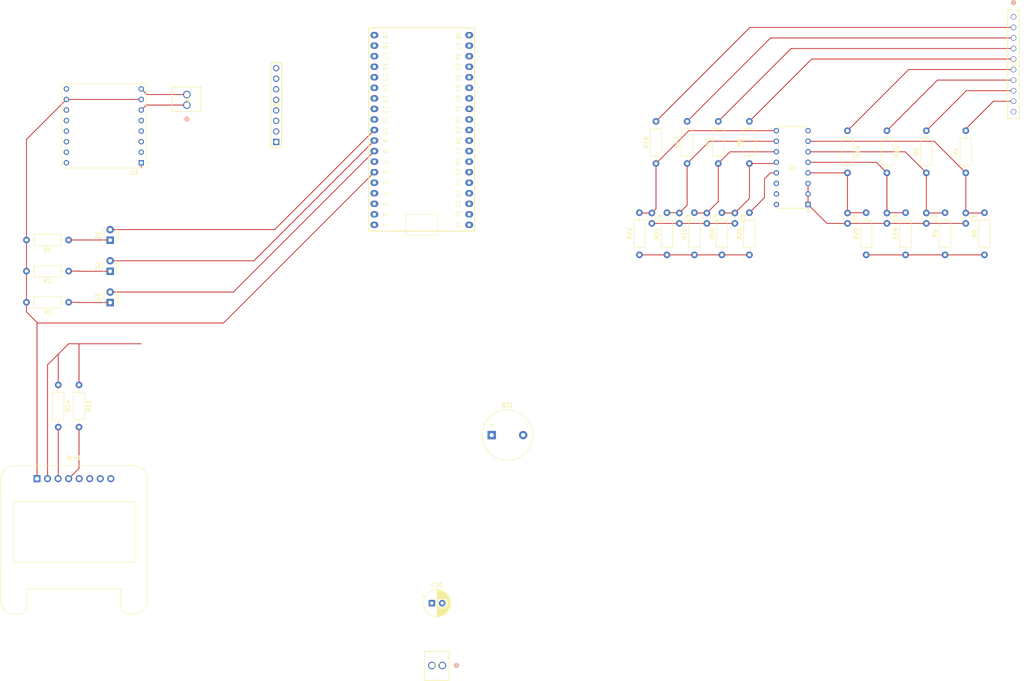
<source format=kicad_pcb>
(kicad_pcb (version 20241229) (generator "pcbnew") (generator_version "9.0")
  (layers (0 "F.Cu" signal) (2 "B.Cu" signal) (13 "F.Paste" user) (15 "B.Paste" user) (5 "F.SilkS" user "F.Silkscreen") (7 "B.SilkS" user "B.Silkscreen") (1 "F.Mask" user) (3 "B.Mask" user) (25 "Edge.Cuts" user))
  (net 0 "")
  (net 1 "GNDREF")
  (net 2 "/GEN_SDA")
  (net 3 "/GEN_SCL")
  (net 4 "+3.3V")
  (net 5 "/BUZZER")
  (net 6 "/KP_C3")
  (net 7 "/KP_C2")
  (net 8 "/KP_C4")
  (net 9 "/KP_C1")
  (net 10 "/KP_R4")
  (net 11 "/KP_R3")
  (net 12 "/KP_R2")
  (net 13 "/KP_R1")
  (net 14 "Net-(D1-K)")
  (net 15 "/GREEN")
  (net 16 "Net-(D2-K)")
  (net 17 "/YELLOW")
  (net 18 "/RED")
  (net 19 "Net-(D3-K)")
  (net 20 "Net-(J1-Pad9)")
  (net 21 "Net-(J1-Pad7)")
  (net 22 "Net-(J1-Pad5)")
  (net 24 "Net-(J1-Pad3)")
  (net 25 "Net-(J1-Pad6)")
  (net 26 "Net-(J1-Pad8)")
  (net 27 "Net-(J1-Pad4)")
  (net 29 "Net-(J1-Pad2)")
  (net 30 "Net-(U3-SPK1)")
  (net 31 "/RFID_SCK")
  (net 32 "/RFID_RST")
  (net 34 "/RFID_MISO")
  (net 35 "/RFID_SDA")
  (net 36 "/RFID_MOSI")
  (net 37 "+5V")
  (net 38 "Net-(U3-SPK2)")
  (net 39 "Net-(U1-*INT)")
  (net 49 "/MICRO_SD_RX")
  (net 54 "/MICRO_SD_TX")
  (footprint "Resistor_THT:R_Axial_DIN0207_L6.3mm_D2.5mm_P10.16mm_Horizontal" (layer "F.Cu") (at 237.625 56.33 90)
    (property "Reference" "R16" (at 5.08 2.5 90) (layer "F.SilkS"))
    (property "Value" "1k")
    (pad "1" thru_hole circle (at 0 0 90) (size 1.6 1.6) (drill 0.8) (layers "*.Cu" "*.Mask") (net 13 "/KP_R1"))
    (pad "2" thru_hole circle (at 10.16 0 90) (size 1.6 1.6) (drill 0.8) (layers "*.Cu" "*.Mask") (net 25 "Net-(J1-Pad6)"))
  )
  (footprint "Resistor_THT:R_Axial_DIN0207_L6.3mm_D2.5mm_P10.16mm_Horizontal" (layer "F.Cu") (at 214 54.08 90)
    (property "Reference" "R6" (at 5.08 -2.37 90) (layer "F.SilkS"))
    (property "Value" "1k")
    (pad "1" thru_hole circle (at 0 0 90) (size 1.6 1.6) (drill 0.8) (layers "*.Cu" "*.Mask") (net 8 "/KP_C4"))
    (pad "2" thru_hole circle (at 10.16 0 90) (size 1.6 1.6) (drill 0.8) (layers "*.Cu" "*.Mask") (net 22 "Net-(J1-Pad5)"))
  )
  (footprint "Buzzer_Beeper:Buzzer_12x9.5RM7.6" (layer "F.Cu") (at 151.9 119.5)
    (property "Reference" "BZ1" (at 3.8 -7.2 0) (layer "F.SilkS"))
    (property "Value" "Buzzer")
    (fp_text user "+" (at -0.01 -2.54 0) (layer "F.SilkS"))
    (pad "1" thru_hole rect (at 0 0) (size 2 2) (drill 1) (layers "*.Cu" "*.Mask") (net 5 "/BUZZER"))
    (pad "2" thru_hole circle (at 7.6 0) (size 2 2) (drill 1) (layers "*.Cu" "*.Mask") (net 1 "GNDREF"))
  )
  (footprint "OSTVN02A150:CONN_OSTVN02A150_OST" (layer "F.Cu") (at 140.04 175 180)
    (property "Reference" "J2" (at 1.370076 0 180) (layer "F.SilkS"))
    (property "Value" "OSTVN02A150")
    (pad "1" thru_hole circle (at 0 0 180) (size 1.8034 1.8034) (drill 1.2954) (layers "*.Cu" "*.Mask") (net 1 "GNDREF"))
    (pad "2" thru_hole circle (at 2.54 0 180) (size 1.8034 1.8034) (drill 1.2954) (layers "*.Cu" "*.Mask") (net 37 "+5V"))
  )
  (footprint "Capacitor_THT:C_Disc_D3.0mm_W1.6mm_P2.50mm" (layer "F.Cu") (at 190.5 66 -90)
    (property "Reference" "C9" (at 1.25 -2.05 90) (layer "F.SilkS"))
    (property "Value" "100nF")
    (pad "1" thru_hole circle (at 0 0 270) (size 1.6 1.6) (drill 0.8) (layers "*.Cu" "*.Mask") (net 9 "/KP_C1"))
    (pad "2" thru_hole circle (at 2.5 0 270) (size 1.6 1.6) (drill 0.8) (layers "*.Cu" "*.Mask") (net 1 "GNDREF"))
  )
  (footprint "Capacitor_THT:C_Disc_D3.0mm_W1.6mm_P2.50mm" (layer "F.Cu") (at 203.75 66 -90)
    (property "Reference" "C4" (at 1.25 -2.05 90) (layer "F.SilkS"))
    (property "Value" "100nF")
    (pad "1" thru_hole circle (at 0 0 270) (size 1.6 1.6) (drill 0.8) (layers "*.Cu" "*.Mask") (net 6 "/KP_C3"))
    (pad "2" thru_hole circle (at 2.5 0 270) (size 1.6 1.6) (drill 0.8) (layers "*.Cu" "*.Mask") (net 1 "GNDREF"))
  )
  (footprint "Resistor_THT:R_Axial_DIN0207_L6.3mm_D2.5mm_P10.16mm_Horizontal" (layer "F.Cu") (at 52.5 107.42 -90)
    (property "Reference" "R13" (at 5.08 -2.37 90) (layer "F.SilkS"))
    (property "Value" "1k")
    (pad "1" thru_hole circle (at 0 0 270) (size 1.6 1.6) (drill 0.8) (layers "*.Cu" "*.Mask") (net 4 "+3.3V"))
    (pad "2" thru_hole circle (at 10.16 0 270) (size 1.6 1.6) (drill 0.8) (layers "*.Cu" "*.Mask") (net 2 "/GEN_SDA"))
  )
  (footprint "Resistor_THT:R_Axial_DIN0207_L6.3mm_D2.5mm_P10.16mm_Horizontal" (layer "F.Cu") (at 191.5 54.08 90)
    (property "Reference" "R18" (at 5.08 -2.37 90) (layer "F.SilkS"))
    (property "Value" "1k")
    (pad "1" thru_hole circle (at 0 0 90) (size 1.6 1.6) (drill 0.8) (layers "*.Cu" "*.Mask") (net 9 "/KP_C1"))
    (pad "2" thru_hole circle (at 10.16 0 90) (size 1.6 1.6) (drill 0.8) (layers "*.Cu" "*.Mask") (net 29 "Net-(J1-Pad2)"))
  )
  (footprint "LED_THT:LED_D3.0mm" (layer "F.Cu") (at 60 80.04 90)
    (property "Reference" "D2" (at 1.27 -2.96 90) (layer "F.SilkS"))
    (property "Value" "Yellow")
    (pad "1" thru_hole rect (at 0 0 90) (size 1.8 1.8) (drill 0.9) (layers "*.Cu" "*.Mask") (net 16 "Net-(D2-K)"))
    (pad "2" thru_hole circle (at 2.54 0 90) (size 1.8 1.8) (drill 0.9) (layers "*.Cu" "*.Mask") (net 17 "/YELLOW"))
  )
  (footprint "Resistor_THT:R_Axial_DIN0207_L6.3mm_D2.5mm_P10.16mm_Horizontal" (layer "F.Cu") (at 247.125 56.33 90)
    (property "Reference" "R15" (at 5.08 2.5 90) (layer "F.SilkS"))
    (property "Value" "1k")
    (pad "1" thru_hole circle (at 0 0 90) (size 1.6 1.6) (drill 0.8) (layers "*.Cu" "*.Mask") (net 12 "/KP_R2"))
    (pad "2" thru_hole circle (at 10.16 0 90) (size 1.6 1.6) (drill 0.8) (layers "*.Cu" "*.Mask") (net 21 "Net-(J1-Pad7)"))
  )
  (footprint "Resistor_THT:R_Axial_DIN0207_L6.3mm_D2.5mm_P10.16mm_Horizontal" (layer "F.Cu") (at 194.125 76.08 90)
    (property "Reference" "R21" (at 5.08 -2.37 90) (layer "F.SilkS"))
    (property "Value" "10k")
    (pad "1" thru_hole circle (at 0 0 90) (size 1.6 1.6) (drill 0.8) (layers "*.Cu" "*.Mask") (net 4 "+3.3V"))
    (pad "2" thru_hole circle (at 10.16 0 90) (size 1.6 1.6) (drill 0.8) (layers "*.Cu" "*.Mask") (net 7 "/KP_C2"))
  )
  (footprint "Resistor_THT:R_Axial_DIN0207_L6.3mm_D2.5mm_P10.16mm_Horizontal" (layer "F.Cu") (at 50 80 180)
    (property "Reference" "R2" (at 5.08 -2.37 0) (layer "F.SilkS"))
    (property "Value" "330")
    (pad "1" thru_hole circle (at 0 0 180) (size 1.6 1.6) (drill 0.8) (layers "*.Cu" "*.Mask") (net 16 "Net-(D2-K)"))
    (pad "2" thru_hole circle (at 10.16 0 180) (size 1.6 1.6) (drill 0.8) (layers "*.Cu" "*.Mask") (net 1 "GNDREF"))
  )
  (footprint "Resistor_THT:R_Axial_DIN0207_L6.3mm_D2.5mm_P10.16mm_Horizontal" (layer "F.Cu") (at 50 87.5 180)
    (property "Reference" "R3" (at 5.08 -2.37 0) (layer "F.SilkS"))
    (property "Value" "330")
    (pad "1" thru_hole circle (at 0 0 180) (size 1.6 1.6) (drill 0.8) (layers "*.Cu" "*.Mask") (net 19 "Net-(D3-K)"))
    (pad "2" thru_hole circle (at 10.16 0 180) (size 1.6 1.6) (drill 0.8) (layers "*.Cu" "*.Mask") (net 1 "GNDREF"))
  )
  (footprint "Capacitor_THT:C_Disc_D3.0mm_W1.6mm_P2.50mm" (layer "F.Cu") (at 247.125 66 -90)
    (property "Reference" "C6" (at 1.25 -2.05 90) (layer "F.SilkS"))
    (property "Value" "100nF")
    (pad "1" thru_hole circle (at 0 0 270) (size 1.6 1.6) (drill 0.8) (layers "*.Cu" "*.Mask") (net 12 "/KP_R2"))
    (pad "2" thru_hole circle (at 2.5 0 270) (size 1.6 1.6) (drill 0.8) (layers "*.Cu" "*.Mask") (net 1 "GNDREF"))
  )
  (footprint "LED_THT:LED_D3.0mm" (layer "F.Cu") (at 60 72.54 90)
    (property "Reference" "D1" (at 1.27 -2.96 90) (layer "F.SilkS"))
    (property "Value" "Green")
    (pad "1" thru_hole rect (at 0 0 90) (size 1.8 1.8) (drill 0.9) (layers "*.Cu" "*.Mask") (net 14 "Net-(D1-K)"))
    (pad "2" thru_hole circle (at 2.54 0 90) (size 1.8 1.8) (drill 0.9) (layers "*.Cu" "*.Mask") (net 15 "/GREEN"))
  )
  (footprint "RFID-RC522:RFID-RC522" (layer "F.Cu") (at 100 40 90)
    (property "Reference" "M1" (at 0 0 0) (layer "F.SilkS") (effects (font (size 0.787402 0.787402))))
    (property "Value" "RFID-RC522")
    (property "VALUE" "" (hide yes))
    (pad "1" thru_hole rect (at -8.89 0 90) (size 1.508 1.508) (drill 1) (layers "*.Cu" "*.Mask") (net 35 "/RFID_SDA"))
    (pad "2" thru_hole circle (at -6.35 0 90) (size 1.508 1.508) (drill 1) (layers "*.Cu" "*.Mask") (net 31 "/RFID_SCK"))
    (pad "3" thru_hole circle (at -3.81 0 90) (size 1.508 1.508) (drill 1) (layers "*.Cu" "*.Mask") (net 36 "/RFID_MOSI"))
    (pad "4" thru_hole circle (at -1.27 0 90) (size 1.508 1.508) (drill 1) (layers "*.Cu" "*.Mask") (net 34 "/RFID_MISO"))
    (pad "5" thru_hole circle (at 1.27 0 90) (size 1.508 1.508) (drill 1) (layers "*.Cu" "*.Mask"))
    (pad "6" thru_hole circle (at 3.81 0 90) (size 1.508 1.508) (drill 1) (layers "*.Cu" "*.Mask") (net 1 "GNDREF"))
    (pad "7" thru_hole circle (at 6.35 0 90) (size 1.508 1.508) (drill 1) (layers "*.Cu" "*.Mask") (net 32 "/RFID_RST"))
    (pad "8" thru_hole circle (at 8.89 0 90) (size 1.508 1.508) (drill 1) (layers "*.Cu" "*.Mask") (net 4 "+3.3V"))
  )
  (footprint "Resistor_THT:R_Axial_DIN0207_L6.3mm_D2.5mm_P10.16mm_Horizontal" (layer "F.Cu") (at 199 54.08 90)
    (property "Reference" "R17" (at 5.08 -2.37 90) (layer "F.SilkS"))
    (property "Value" "1k")
    (pad "1" thru_hole circle (at 0 0 90) (size 1.6 1.6) (drill 0.8) (layers "*.Cu" "*.Mask") (net 7 "/KP_C2"))
    (pad "2" thru_hole circle (at 10.16 0 90) (size 1.6 1.6) (drill 0.8) (layers "*.Cu" "*.Mask") (net 24 "Net-(J1-Pad3)"))
  )
  (footprint "Capacitor_THT:C_Disc_D3.0mm_W1.6mm_P2.50mm" (layer "F.Cu") (at 237.625 66 -90)
    (property "Reference" "C7" (at 1.25 -2.05 90) (layer "F.SilkS"))
    (property "Value" "100nF")
    (pad "1" thru_hole circle (at 0 0 270) (size 1.6 1.6) (drill 0.8) (layers "*.Cu" "*.Mask") (net 13 "/KP_R1"))
    (pad "2" thru_hole circle (at 2.5 0 270) (size 1.6 1.6) (drill 0.8) (layers "*.Cu" "*.Mask") (net 1 "GNDREF"))
  )
  (footprint "Resistor_THT:R_Axial_DIN0207_L6.3mm_D2.5mm_P10.16mm_Horizontal" (layer "F.Cu") (at 266.125 56.33 90)
    (property "Reference" "R4" (at 5.08 -2.37 90) (layer "F.SilkS"))
    (property "Value" "1k")
    (pad "1" thru_hole circle (at 0 0 90) (size 1.6 1.6) (drill 0.8) (layers "*.Cu" "*.Mask") (net 10 "/KP_R4"))
    (pad "2" thru_hole circle (at 10.16 0 90) (size 1.6 1.6) (drill 0.8) (layers "*.Cu" "*.Mask") (net 20 "Net-(J1-Pad9)"))
  )
  (footprint "Resistor_THT:R_Axial_DIN0207_L6.3mm_D2.5mm_P10.16mm_Horizontal" (layer "F.Cu") (at 251.625 76.08 90)
    (property "Reference" "R19" (at 5.08 -2.37 90) (layer "F.SilkS"))
    (property "Value" "10k")
    (pad "1" thru_hole circle (at 0 0 90) (size 1.6 1.6) (drill 0.8) (layers "*.Cu" "*.Mask") (net 4 "+3.3V"))
    (pad "2" thru_hole circle (at 10.16 0 90) (size 1.6 1.6) (drill 0.8) (layers "*.Cu" "*.Mask") (net 12 "/KP_R2"))
  )
  (footprint "Resistor_THT:R_Axial_DIN0207_L6.3mm_D2.5mm_P10.16mm_Horizontal" (layer "F.Cu") (at 207.375 76.08 90)
    (property "Reference" "R10" (at 5.08 -2.37 90) (layer "F.SilkS"))
    (property "Value" "10k")
    (pad "1" thru_hole circle (at 0 0 90) (size 1.6 1.6) (drill 0.8) (layers "*.Cu" "*.Mask") (net 4 "+3.3V"))
    (pad "2" thru_hole circle (at 10.16 0 90) (size 1.6 1.6) (drill 0.8) (layers "*.Cu" "*.Mask") (net 8 "/KP_C4"))
  )
  (footprint "DFR0299:MODULE_DFR0299" (layer "F.Cu") (at 58.483 45 180)
    (property "Reference" "U3" (at -7.225 -11.235 0) (layer "F.SilkS"))
    (property "Value" "DFR0299")
    (pad "1" thru_hole rect (at -9.017 -8.89 180) (size 1.308 1.308) (drill 0.8) (layers "*.Cu" "*.Mask") (net 4 "+3.3V"))
    (pad "2" thru_hole circle (at -9.017 -6.35 180) (size 1.308 1.308) (drill 0.8) (layers "*.Cu" "*.Mask") (net 49 "/MICRO_SD_RX"))
    (pad "3" thru_hole circle (at -9.017 -3.81 180) (size 1.308 1.308) (drill 0.8) (layers "*.Cu" "*.Mask") (net 54 "/MICRO_SD_TX"))
    (pad "4" thru_hole circle (at -9.017 -1.27 180) (size 1.308 1.308) (drill 0.8) (layers "*.Cu" "*.Mask"))
    (pad "5" thru_hole circle (at -9.017 1.27 180) (size 1.308 1.308) (drill 0.8) (layers "*.Cu" "*.Mask"))
    (pad "6" thru_hole circle (at -9.017 3.81 180) (size 1.308 1.308) (drill 0.8) (layers "*.Cu" "*.Mask") (net 30 "Net-(U3-SPK1)"))
    (pad "7" thru_hole circle (at -9.017 6.35 180) (size 1.308 1.308) (drill 0.8) (layers "*.Cu" "*.Mask") (net 1 "GNDREF"))
    (pad "8" thru_hole circle (at -9.017 8.89 180) (size 1.308 1.308) (drill 0.8) (layers "*.Cu" "*.Mask") (net 38 "Net-(U3-SPK2)"))
    (pad "9" thru_hole circle (at 9.017 8.89 180) (size 1.308 1.308) (drill 0.8) (layers "*.Cu" "*.Mask"))
    (pad "10" thru_hole circle (at 9.017 6.35 180) (size 1.308 1.308) (drill 0.8) (layers "*.Cu" "*.Mask") (net 1 "GNDREF"))
    (pad "11" thru_hole circle (at 9.017 3.81 180) (size 1.308 1.308) (drill 0.8) (layers "*.Cu" "*.Mask"))
    (pad "12" thru_hole circle (at 9.017 1.27 180) (size 1.308 1.308) (drill 0.8) (layers "*.Cu" "*.Mask"))
    (pad "13" thru_hole circle (at 9.017 -1.27 180) (size 1.308 1.308) (drill 0.8) (layers "*.Cu" "*.Mask"))
    (pad "14" thru_hole circle (at 9.017 -3.81 180) (size 1.308 1.308) (drill 0.8) (layers "*.Cu" "*.Mask"))
    (pad "15" thru_hole circle (at 9.017 -6.35 180) (size 1.308 1.308) (drill 0.8) (layers "*.Cu" "*.Mask"))
    (pad "16" thru_hole circle (at 9.017 -8.89 180) (size 1.308 1.308) (drill 0.8) (layers "*.Cu" "*.Mask"))
  )
  (footprint "PCF8574AN:N16" (layer "F.Cu") (at 220.505 46.17 180)
    (property "Reference" "U1" (at -3.81 -8.89 180) (layer "F.SilkS"))
    (property "Value" "PCF8574AN")
    (fp_text user "*" (at -7.62 -19.1897 0) (layer "F.SilkS"))
    (fp_text user "*" (at -7.62 -19.1897 180) (layer "F.SilkS"))
    (pad "1" thru_hole rect (at -7.62 -17.78 180) (size 1.2954 1.2954) (drill 0.7874) (layers "*.Cu" "*.Mask") (net 1 "GNDREF"))
    (pad "2" thru_hole circle (at -7.62 -15.24 180) (size 1.2954 1.2954) (drill 0.7874) (layers "*.Cu" "*.Mask") (net 1 "GNDREF"))
    (pad "3" thru_hole circle (at -7.62 -12.7 180) (size 1.2954 1.2954) (drill 0.7874) (layers "*.Cu" "*.Mask") (net 1 "GNDREF"))
    (pad "4" thru_hole circle (at -7.62 -10.16 180) (size 1.2954 1.2954) (drill 0.7874) (layers "*.Cu" "*.Mask") (net 13 "/KP_R1"))
    (pad "5" thru_hole circle (at -7.62 -7.62 180) (size 1.2954 1.2954) (drill 0.7874) (layers "*.Cu" "*.Mask") (net 12 "/KP_R2"))
    (pad "6" thru_hole circle (at -7.62 -5.08 180) (size 1.2954 1.2954) (drill 0.7874) (layers "*.Cu" "*.Mask") (net 11 "/KP_R3"))
    (pad "7" thru_hole circle (at -7.62 -2.54 180) (size 1.2954 1.2954) (drill 0.7874) (layers "*.Cu" "*.Mask") (net 10 "/KP_R4"))
    (pad "8" thru_hole circle (at -7.62 0 180) (size 1.2954 1.2954) (drill 0.7874) (layers "*.Cu" "*.Mask") (net 1 "GNDREF"))
    (pad "9" thru_hole circle (at 0 0 180) (size 1.2954 1.2954) (drill 0.7874) (layers "*.Cu" "*.Mask") (net 9 "/KP_C1"))
    (pad "10" thru_hole circle (at 0 -2.54 180) (size 1.2954 1.2954) (drill 0.7874) (layers "*.Cu" "*.Mask") (net 7 "/KP_C2"))
    (pad "11" thru_hole circle (at 0 -5.08 180) (size 1.2954 1.2954) (drill 0.7874) (layers "*.Cu" "*.Mask") (net 6 "/KP_C3"))
    (pad "12" thru_hole circle (at 0 -7.62 180) (size 1.2954 1.2954) (drill 0.7874) (layers "*.Cu" "*.Mask") (net 8 "/KP_C4"))
    (pad "13" thru_hole circle (at 0 -10.16 180) (size 1.2954 1.2954) (drill 0.7874) (layers "*.Cu" "*.Mask") (net 39 "Net-(U1-*INT)"))
    (pad "14" thru_hole circle (at 0 -12.7 180) (size 1.2954 1.2954) (drill 0.7874) (layers "*.Cu" "*.Mask") (net 3 "/GEN_SCL"))
    (pad "15" thru_hole circle (at 0 -15.24 180) (size 1.2954 1.2954) (drill 0.7874) (layers "*.Cu" "*.Mask") (net 2 "/GEN_SDA"))
    (pad "16" thru_hole circle (at 0 -17.78 180) (size 1.2954 1.2954) (drill 0.7874) (layers "*.Cu" "*.Mask") (net 4 "+3.3V"))
  )
  (footprint "PPTC101LFBN_RC:CONN10_101LFBN-RC_SUL" (layer "F.Cu") (at 277.625 18.75 -90)
    (property "Reference" "J1" (at 11.43 0 270) (layer "F.SilkS"))
    (property "Value" "PPTC101LFBN-RC")
    (pad "1" thru_hole circle (at 0 0 270) (size 1.3208 1.3208) (drill 1.0668) (layers "*.Cu" "*.Mask"))
    (pad "2" thru_hole circle (at 2.54 0 270) (size 1.3208 1.3208) (drill 1.0668) (layers "*.Cu" "*.Mask") (net 29 "Net-(J1-Pad2)"))
    (pad "3" thru_hole circle (at 5.08 0 270) (size 1.3208 1.3208) (drill 1.0668) (layers "*.Cu" "*.Mask") (net 24 "Net-(J1-Pad3)"))
    (pad "4" thru_hole circle (at 7.62 0 270) (size 1.3208 1.3208) (drill 1.0668) (layers "*.Cu" "*.Mask") (net 27 "Net-(J1-Pad4)"))
    (pad "5" thru_hole circle (at 10.16 0 270) (size 1.3208 1.3208) (drill 1.0668) (layers "*.Cu" "*.Mask") (net 22 "Net-(J1-Pad5)"))
    (pad "6" thru_hole circle (at 12.7 0 270) (size 1.3208 1.3208) (drill 1.0668) (layers "*.Cu" "*.Mask") (net 25 "Net-(J1-Pad6)"))
    (pad "7" thru_hole circle (at 15.24 0 270) (size 1.3208 1.3208) (drill 1.0668) (layers "*.Cu" "*.Mask") (net 21 "Net-(J1-Pad7)"))
    (pad "8" thru_hole circle (at 17.78 0 270) (size 1.3208 1.3208) (drill 1.0668) (layers "*.Cu" "*.Mask") (net 26 "Net-(J1-Pad8)"))
    (pad "9" thru_hole circle (at 20.32 0 270) (size 1.3208 1.3208) (drill 1.0668) (layers "*.Cu" "*.Mask") (net 20 "Net-(J1-Pad9)"))
    (pad "10" thru_hole circle (at 22.86 0 270) (size 1.3208 1.3208) (drill 1.0668) (layers "*.Cu" "*.Mask"))
  )
  (footprint "Resistor_THT:R_Axial_DIN0207_L6.3mm_D2.5mm_P10.16mm_Horizontal" (layer "F.Cu") (at 47.5 107.42 -90)
    (property "Reference" "R14" (at 5.08 -2.37 90) (layer "F.SilkS"))
    (property "Value" "1k")
    (pad "1" thru_hole circle (at 0 0 270) (size 1.6 1.6) (drill 0.8) (layers "*.Cu" "*.Mask") (net 4 "+3.3V"))
    (pad "2" thru_hole circle (at 10.16 0 270) (size 1.6 1.6) (drill 0.8) (layers "*.Cu" "*.Mask") (net 3 "/GEN_SCL"))
  )
  (footprint "Resistor_THT:R_Axial_DIN0207_L6.3mm_D2.5mm_P10.16mm_Horizontal" (layer "F.Cu") (at 242.125 76.08 90)
    (property "Reference" "R20" (at 5.08 -2.37 90) (layer "F.SilkS"))
    (property "Value" "10k")
    (pad "1" thru_hole circle (at 0 0 90) (size 1.6 1.6) (drill 0.8) (layers "*.Cu" "*.Mask") (net 4 "+3.3V"))
    (pad "2" thru_hole circle (at 10.16 0 90) (size 1.6 1.6) (drill 0.8) (layers "*.Cu" "*.Mask") (net 13 "/KP_R1"))
  )
  (footprint "Resistor_THT:R_Axial_DIN0207_L6.3mm_D2.5mm_P10.16mm_Horizontal" (layer "F.Cu") (at 206.5 54.08 90)
    (property "Reference" "R7" (at 5.08 -2.37 90) (layer "F.SilkS"))
    (property "Value" "1k")
    (pad "1" thru_hole circle (at 0 0 90) (size 1.6 1.6) (drill 0.8) (layers "*.Cu" "*.Mask") (net 6 "/KP_C3"))
    (pad "2" thru_hole circle (at 10.16 0 90) (size 1.6 1.6) (drill 0.8) (layers "*.Cu" "*.Mask") (net 27 "Net-(J1-Pad4)"))
  )
  (footprint "OSTVN02A150:CONN_OSTVN02A150_OST" (layer "F.Cu") (at 78.483 40 90)
    (property "Reference" "LS1" (at 1.370076 0 90) (layer "F.SilkS"))
    (property "Value" "Speaker")
    (pad "1" thru_hole circle (at 0 0 90) (size 1.8034 1.8034) (drill 1.2954) (layers "*.Cu" "*.Mask") (net 30 "Net-(U3-SPK1)"))
    (pad "2" thru_hole circle (at 2.54 0 90) (size 1.8034 1.8034) (drill 1.2954) (layers "*.Cu" "*.Mask") (net 38 "Net-(U3-SPK2)"))
  )
  (footprint "Resistor_THT:R_Axial_DIN0207_L6.3mm_D2.5mm_P10.16mm_Horizontal" (layer "F.Cu") (at 256.625 56.33 90)
    (property "Reference" "R5" (at 5.08 -2.37 90) (layer "F.SilkS"))
    (property "Value" "1k")
    (pad "1" thru_hole circle (at 0 0 90) (size 1.6 1.6) (drill 0.8) (layers "*.Cu" "*.Mask") (net 11 "/KP_R3"))
    (pad "2" thru_hole circle (at 10.16 0 90) (size 1.6 1.6) (drill 0.8) (layers "*.Cu" "*.Mask") (net 26 "Net-(J1-Pad8)"))
  )
  (footprint "LED_THT:LED_D3.0mm" (layer "F.Cu") (at 60 87.58 90)
    (property "Reference" "D3" (at 1.27 -2.96 90) (layer "F.SilkS"))
    (property "Value" "Red")
    (pad "1" thru_hole rect (at 0 0 90) (size 1.8 1.8) (drill 0.9) (layers "*.Cu" "*.Mask") (net 19 "Net-(D3-K)"))
    (pad "2" thru_hole circle (at 2.54 0 90) (size 1.8 1.8) (drill 0.9) (layers "*.Cu" "*.Mask") (net 18 "/RED"))
  )
  (footprint "Resistor_THT:R_Axial_DIN0207_L6.3mm_D2.5mm_P10.16mm_Horizontal" (layer "F.Cu") (at 187.5 76.08 90)
    (property "Reference" "R22" (at 5.08 -2.37 90) (layer "F.SilkS"))
    (property "Value" "10k")
    (pad "1" thru_hole circle (at 0 0 90) (size 1.6 1.6) (drill 0.8) (layers "*.Cu" "*.Mask") (net 4 "+3.3V"))
    (pad "2" thru_hole circle (at 10.16 0 90) (size 1.6 1.6) (drill 0.8) (layers "*.Cu" "*.Mask") (net 9 "/KP_C1"))
  )
  (footprint "Capacitor_THT:C_Disc_D3.0mm_W1.6mm_P2.50mm" (layer "F.Cu") (at 210.5 66 -90)
    (property "Reference" "C3" (at 1.25 -2.05 90) (layer "F.SilkS"))
    (property "Value" "100nF")
    (pad "1" thru_hole circle (at 0 0 270) (size 1.6 1.6) (drill 0.8) (layers "*.Cu" "*.Mask") (net 8 "/KP_C4"))
    (pad "2" thru_hole circle (at 2.5 0 270) (size 1.6 1.6) (drill 0.8) (layers "*.Cu" "*.Mask") (net 1 "GNDREF"))
  )
  (footprint "Capacitor_THT:C_Disc_D3.0mm_W1.6mm_P2.50mm" (layer "F.Cu") (at 266.125 66 -90)
    (property "Reference" "C1" (at 1.25 -2.05 90) (layer "F.SilkS"))
    (property "Value" "100nF")
    (pad "1" thru_hole circle (at 0 0 270) (size 1.6 1.6) (drill 0.8) (layers "*.Cu" "*.Mask") (net 10 "/KP_R4"))
    (pad "2" thru_hole circle (at 2.5 0 270) (size 1.6 1.6) (drill 0.8) (layers "*.Cu" "*.Mask") (net 1 "GNDREF"))
  )
  (footprint "Resistor_THT:R_Axial_DIN0207_L6.3mm_D2.5mm_P10.16mm_Horizontal" (layer "F.Cu") (at 214 76.08 90)
    (property "Reference" "R25" (at 5.08 -2.37 90) (layer "F.SilkS"))
    (property "Value" "1k")
    (pad "1" thru_hole circle (at 0 0 90) (size 1.6 1.6) (drill 0.8) (layers "*.Cu" "*.Mask") (net 4 "+3.3V"))
    (pad "2" thru_hole circle (at 10.16 0 90) (size 1.6 1.6) (drill 0.8) (layers "*.Cu" "*.Mask") (net 39 "Net-(U1-*INT)"))
  )
  (footprint "Resistor_THT:R_Axial_DIN0207_L6.3mm_D2.5mm_P10.16mm_Horizontal" (layer "F.Cu") (at 270.625 76.08 90)
    (property "Reference" "R8" (at 5.08 -2.37 90) (layer "F.SilkS"))
    (property "Value" "10k")
    (pad "1" thru_hole circle (at 0 0 90) (size 1.6 1.6) (drill 0.8) (layers "*.Cu" "*.Mask") (net 4 "+3.3V"))
    (pad "2" thru_hole circle (at 10.16 0 90) (size 1.6 1.6) (drill 0.8) (layers "*.Cu" "*.Mask") (net 10 "/KP_R4"))
  )
  (footprint "Capacitor_THT:C_Disc_D3.0mm_W1.6mm_P2.50mm" (layer "F.Cu") (at 256.625 66 -90)
    (property "Reference" "C2" (at 1.25 -2.05 90) (layer "F.SilkS"))
    (property "Value" "100nF")
    (pad "1" thru_hole circle (at 0 0 270) (size 1.6 1.6) (drill 0.8) (layers "*.Cu" "*.Mask") (net 11 "/KP_R3"))
    (pad "2" thru_hole circle (at 2.5 0 270) (size 1.6 1.6) (drill 0.8) (layers "*.Cu" "*.Mask") (net 1 "GNDREF"))
  )
  (footprint "Resistor_THT:R_Axial_DIN0207_L6.3mm_D2.5mm_P10.16mm_Horizontal" (layer "F.Cu") (at 200.75 76.08 90)
    (property "Reference" "R11" (at 5.08 -2.37 90) (layer "F.SilkS"))
    (property "Value" "10k")
    (pad "1" thru_hole circle (at 0 0 90) (size 1.6 1.6) (drill 0.8) (layers "*.Cu" "*.Mask") (net 4 "+3.3V"))
    (pad "2" thru_hole circle (at 10.16 0 90) (size 1.6 1.6) (drill 0.8) (layers "*.Cu" "*.Mask") (net 6 "/KP_C3"))
  )
  (footprint "Capacitor_THT:CP_Radial_D6.3mm_P2.50mm" (layer "F.Cu") (at 137.5 160)
    (property "Reference" "C10" (at 1.25 -4.4 0) (layer "F.SilkS"))
    (property "Value" "4.7uF")
    (pad "1" thru_hole roundrect (at 0 0) (size 1.6 1.6) (drill 0.8) (layers "*.Cu" "*.Mask") (roundrect_rratio 0.15625) (net 37 "+5V"))
    (pad "2" thru_hole circle (at 2.5 0) (size 1.6 1.6) (drill 0.8) (layers "*.Cu" "*.Mask") (net 1 "GNDREF"))
  )
  (footprint "Resistor_THT:R_Axial_DIN0207_L6.3mm_D2.5mm_P10.16mm_Horizontal" (layer "F.Cu") (at 50 72.5 180)
    (property "Reference" "R1" (at 5.08 -2.37 0) (layer "F.SilkS"))
    (property "Value" "330")
    (pad "1" thru_hole circle (at 0 0 180) (size 1.6 1.6) (drill 0.8) (layers "*.Cu" "*.Mask") (net 14 "Net-(D1-K)"))
    (pad "2" thru_hole circle (at 10.16 0 180) (size 1.6 1.6) (drill 0.8) (layers "*.Cu" "*.Mask") (net 1 "GNDREF"))
  )
  (footprint "Capacitor_THT:C_Disc_D3.0mm_W1.6mm_P2.50mm" (layer "F.Cu") (at 197.125 66 -90)
    (property "Reference" "C8" (at 1.25 -2.05 90) (layer "F.SilkS"))
    (property "Value" "100nF")
    (pad "1" thru_hole circle (at 0 0 270) (size 1.6 1.6) (drill 0.8) (layers "*.Cu" "*.Mask") (net 7 "/KP_C2"))
    (pad "2" thru_hole circle (at 2.5 0 270) (size 1.6 1.6) (drill 0.8) (layers "*.Cu" "*.Mask") (net 1 "GNDREF"))
  )
  (footprint "Display:Adafruit_SSD1306" (layer "F.Cu") (at 42.38 130)
    (property "Reference" "Brd1" (at 8.89 -5 0) (layer "F.SilkS"))
    (property "Value" "SSD1306")
    (pad "" np_thru_hole circle (at -5.588 0) (size 2.7 2.7) (drill 2.7) (layers "*.Cu" "*.Mask"))
    (pad "" np_thru_hole circle (at -5.588 29.464) (size 2.7 2.7) (drill 2.7) (layers "*.Cu" "*.Mask"))
    (pad "" np_thru_hole circle (at 23.368 0) (size 2.7 2.7) (drill 2.7) (layers "*.Cu" "*.Mask"))
    (pad "" np_thru_hole circle (at 23.368 29.464) (size 2.7 2.7) (drill 2.7) (layers "*.Cu" "*.Mask"))
    (pad "1" thru_hole rect (at 0 0) (size 1.7 1.7) (drill 1) (layers "*.Cu" "*.Mask") (net 1 "GNDREF"))
    (pad "2" thru_hole circle (at 2.54 0) (size 1.7 1.7) (drill 1) (layers "*.Cu" "*.Mask") (net 4 "+3.3V"))
    (pad "3" thru_hole circle (at 5.08 0) (size 1.7 1.7) (drill 1) (layers "*.Cu" "*.Mask") (net 3 "/GEN_SCL"))
    (pad "4" thru_hole circle (at 7.62 0) (size 1.7 1.7) (drill 1) (layers "*.Cu" "*.Mask") (net 2 "/GEN_SDA"))
    (pad "5" thru_hole circle (at 10.16 0) (size 1.7 1.7) (drill 1) (layers "*.Cu" "*.Mask"))
    (pad "6" thru_hole circle (at 12.7 0) (size 1.7 1.7) (drill 1) (layers "*.Cu" "*.Mask"))
    (pad "7" thru_hole circle (at 15.24 0) (size 1.7 1.7) (drill 1) (layers "*.Cu" "*.Mask"))
    (pad "8" thru_hole circle (at 17.78 0) (size 1.7 1.7) (drill 1) (layers "*.Cu" "*.Mask"))
  )
  (footprint "ESP32-38Pin:ESP32_38pin" (layer "F.Cu") (at 135.07 46 -90)
    (property "Reference" "U2" (hide yes))
    (property "Value" "ESP32-38Pin-Wroom")
    (fp_text user "38 37 36 35 34 33 32 31 30 29 28 27 26 25 24 23 22 21 20" (at -23.767942 -8.154289 270) (layer "F.SilkS") (effects (font (size 1 0.95) (thickness 0.1)) (justify left bottom)))
    (fp_text user "  9  8  7  6  5  4  3  2  1" (at 0.457924 9.331599 270) (layer "F.SilkS") (effects (font (size 1 1.03) (thickness 0.1)) (justify left bottom)))
    (fp_text user "19 18 17 16 15 14 13 12 11 10" (at -23.986738 9.343109 270) (layer "F.SilkS") (effects (font (size 1 0.97) (thickness 0.1)) (justify left bottom)))
    (pad "1" thru_hole oval (at 22.86 11.43 270) (size 1.524 1.9) (drill 0.8) (layers "*.Cu" "*.Mask") (net 37 "+5V"))
    (pad "2" thru_hole oval (at 20.32 11.43 270) (size 1.524 1.9) (drill 0.8) (layers "*.Cu" "*.Mask"))
    (pad "3" thru_hole oval (at 17.78 11.43 270) (size 1.524 1.9) (drill 0.8) (layers "*.Cu" "*.Mask"))
    (pad "4" thru_hole oval (at 15.24 11.43 270) (size 1.524 1.9) (drill 0.8) (layers "*.Cu" "*.Mask"))
    (pad "5" thru_hole oval (at 12.7 11.43 270) (size 1.524 1.9) (drill 0.8) (layers "*.Cu" "*.Mask"))
    (pad "6" thru_hole oval (at 10.16 11.43 270) (size 1.524 1.9) (drill 0.8) (layers "*.Cu" "*.Mask") (net 1 "GNDREF"))
    (pad "7" thru_hole oval (at 7.62 11.43 270) (size 1.524 1.9) (drill 0.8) (layers "*.Cu" "*.Mask"))
    (pad "8" thru_hole oval (at 5.08 11.43 270) (size 1.524 1.9) (drill 0.8) (layers "*.Cu" "*.Mask") (net 18 "/RED"))
    (pad "9" thru_hole oval (at 2.54 11.43 270) (size 1.524 1.9) (drill 0.8) (layers "*.Cu" "*.Mask") (net 17 "/YELLOW"))
    (pad "10" thru_hole oval (at 0 11.43 270) (size 1.524 1.9) (drill 0.8) (layers "*.Cu" "*.Mask") (net 15 "/GREEN"))
    (pad "11" thru_hole oval (at -2.54 11.43 270) (size 1.524 1.9) (drill 0.8) (layers "*.Cu" "*.Mask"))
    (pad "12" thru_hole oval (at -5.08 11.43 270) (size 1.524 1.9) (drill 0.8) (layers "*.Cu" "*.Mask") (net 49 "/MICRO_SD_RX"))
    (pad "13" thru_hole oval (at -7.62 11.43 270) (size 1.524 1.9) (drill 0.8) (layers "*.Cu" "*.Mask") (net 54 "/MICRO_SD_TX"))
    (pad "14" thru_hole oval (at -10.16 11.43 270) (size 1.524 1.9) (drill 0.8) (layers "*.Cu" "*.Mask"))
    (pad "15" thru_hole oval (at -12.7 11.43 270) (size 1.524 1.9) (drill 0.8) (layers "*.Cu" "*.Mask") (net 32 "/RFID_RST"))
    (pad "16" thru_hole oval (at -15.24 11.43 270) (size 1.524 1.9) (drill 0.8) (layers "*.Cu" "*.Mask"))
    (pad "17" thru_hole oval (at -17.78 11.43 270) (size 1.524 1.9) (drill 0.8) (layers "*.Cu" "*.Mask"))
    (pad "18" thru_hole oval (at -20.32 11.43 270) (size 1.524 1.9) (drill 0.8) (layers "*.Cu" "*.Mask"))
    (pad "19" thru_hole oval (at -22.86 11.43 270) (size 1.524 1.9) (drill 0.8) (layers "*.Cu" "*.Mask") (net 4 "+3.3V"))
    (pad "20" thru_hole oval (at 22.86 -11.43 270) (size 1.524 1.9) (drill 0.8) (layers "*.Cu" "*.Mask"))
    (pad "21" thru_hole oval (at 20.32 -11.43 270) (size 1.524 1.9) (drill 0.8) (layers "*.Cu" "*.Mask"))
    (pad "22" thru_hole oval (at 17.78 -11.43 270) (size 1.524 1.9) (drill 0.8) (layers "*.Cu" "*.Mask"))
    (pad "23" thru_hole oval (at 15.24 -11.43 270) (size 1.524 1.9) (drill 0.8) (layers "*.Cu" "*.Mask"))
    (pad "24" thru_hole oval (at 12.7 -11.43 270) (size 1.524 1.9) (drill 0.8) (layers "*.Cu" "*.Mask"))
    (pad "25" thru_hole oval (at 10.16 -11.43 270) (size 1.524 1.9) (drill 0.8) (layers "*.Cu" "*.Mask"))
    (pad "26" thru_hole oval (at 7.62 -11.43 270) (size 1.524 1.9) (drill 0.8) (layers "*.Cu" "*.Mask") (net 35 "/RFID_SDA"))
    (pad "27" thru_hole oval (at 5.08 -11.43 270) (size 1.524 1.9) (drill 0.8) (layers "*.Cu" "*.Mask") (net 5 "/BUZZER"))
    (pad "28" thru_hole oval (at 2.54 -11.43 270) (size 1.524 1.9) (drill 0.8) (layers "*.Cu" "*.Mask"))
    (pad "29" thru_hole oval (at 0 -11.43 270) (size 1.524 1.9) (drill 0.8) (layers "*.Cu" "*.Mask"))
    (pad "30" thru_hole oval (at -2.54 -11.43 270) (size 1.524 1.9) (drill 0.8) (layers "*.Cu" "*.Mask") (net 31 "/RFID_SCK"))
    (pad "31" thru_hole oval (at -5.08 -11.43 270) (size 1.524 1.9) (drill 0.8) (layers "*.Cu" "*.Mask") (net 34 "/RFID_MISO"))
    (pad "32" thru_hole oval (at -7.62 -11.43 270) (size 1.524 1.9) (drill 0.8) (layers "*.Cu" "*.Mask") (net 1 "GNDREF"))
    (pad "33" thru_hole oval (at -10.16 -11.43 270) (size 1.524 1.9) (drill 0.8) (layers "*.Cu" "*.Mask") (net 2 "/GEN_SDA"))
    (pad "34" thru_hole oval (at -12.7 -11.43 270) (size 1.524 1.9) (drill 0.8) (layers "*.Cu" "*.Mask"))
    (pad "35" thru_hole oval (at -15.24 -11.43 270) (size 1.524 1.9) (drill 0.8) (layers "*.Cu" "*.Mask"))
    (pad "36" thru_hole oval (at -17.78 -11.43 270) (size 1.524 1.9) (drill 0.8) (layers "*.Cu" "*.Mask") (net 3 "/GEN_SCL"))
    (pad "37" thru_hole oval (at -20.32 -11.43 270) (size 1.524 1.9) (drill 0.8) (layers "*.Cu" "*.Mask") (net 36 "/RFID_MOSI"))
    (pad "38" thru_hole oval (at -22.86 -11.43 270) (size 1.524 1.9) (drill 0.8) (layers "*.Cu" "*.Mask") (net 1 "GNDREF"))
  )
  (footprint "Resistor_THT:R_Axial_DIN0207_L6.3mm_D2.5mm_P10.16mm_Horizontal" (layer "F.Cu") (at 261.125 76.08 90)
    (property "Reference" "R9" (at 5.08 -2.37 90) (layer "F.SilkS"))
    (property "Value" "10k")
    (pad "1" thru_hole circle (at 0 0 90) (size 1.6 1.6) (drill 0.8) (layers "*.Cu" "*.Mask") (net 4 "+3.3V"))
    (pad "2" thru_hole circle (at 10.16 0 90) (size 1.6 1.6) (drill 0.8) (layers "*.Cu" "*.Mask") (net 11 "/KP_R3"))
  )
  (segment (start 197.125 68.5) (end 210.5 68.5) (width 0.2) (layer "F.Cu") (net 1))
  (segment (start 42.38 130) (end 42.5 130) (width 0.2) (layer "F.Cu") (net 1))
  (segment (start 237.625 68.5) (end 232.675 68.5) (width 0.2) (layer "F.Cu") (net 1))
  (segment (start 232.675 68.5) (end 228.125 63.95) (width 0.2) (layer "F.Cu") (net 1))
  (segment (start 265.375 68.5) (end 237.625 68.5) (width 0.2) (layer "F.Cu") (net 1))
  (segment (start 39.84 72.5) (end 39.84 87.5) (width 0.2) (layer "F.Cu") (net 1))
  (segment (start 42.38 129.88) (end 42.38 92.62) (width 0.2) (layer "F.Cu") (net 1))
  (segment (start 39.84 89.84) (end 42.5 92.5) (width 0.2) (layer "F.Cu") (net 1))
  (segment (start 39.84 87.5) (end 39.84 89.84) (width 0.2) (layer "F.Cu") (net 1))
  (segment (start 49.466 38.65) (end 67.5 38.65) (width 0.2) (layer "F.Cu") (net 1))
  (segment (start 87.3 92.5) (end 123.64 56.16) (width 0.2) (layer "F.Cu") (net 1))
  (segment (start 197.125 68.5) (end 190.5 68.5) (width 0.2) (layer "F.Cu") (net 1))
  (segment (start 42.5 92.5) (end 87.3 92.5) (width 0.2) (layer "F.Cu") (net 1))
  (segment (start 42.38 92.62) (end 42.5 92.5) (width 0.2) (layer "F.Cu") (net 1))
  (segment (start 266.125 68.5) (end 265.875 68.5) (width 0.2) (layer "F.Cu") (net 1))
  (segment (start 265.625 68.25) (end 265.375 68.5) (width 0.2) (layer "F.Cu") (net 1))
  (segment (start 39.84 48.276) (end 49.466 38.65) (width 0.2) (layer "F.Cu") (net 1))
  (segment (start 228.125 63.95) (end 228.125 58.87) (width 0.2) (layer "F.Cu") (net 1))
  (segment (start 265.875 68.5) (end 265.625 68.25) (width 0.2) (layer "F.Cu") (net 1))
  (segment (start 39.84 87.5) (end 40 87.5) (width 0.2) (layer "F.Cu") (net 1))
  (segment (start 42.5 130) (end 42.38 129.88) (width 0.2) (layer "F.Cu") (net 1))
  (segment (start 39.84 72.5) (end 39.84 48.276) (width 0.2) (layer "F.Cu") (net 1))
  (segment (start 52.5 127.5) (end 50 130) (width 0.2) (layer "F.Cu") (net 2))
  (segment (start 52.5 117.58) (end 52.5 127.5) (width 0.2) (layer "F.Cu") (net 2))
  (segment (start 47.5 117.58) (end 47.5 129.96) (width 0.2) (layer "F.Cu") (net 3))
  (segment (start 47.5 129.96) (end 47.46 130) (width 0.2) (layer "F.Cu") (net 3))
  (segment (start 45 102.5) (end 47.5 100) (width 0.2) (layer "F.Cu") (net 4))
  (segment (start 67.5 55) (end 67.5 53.89) (width 0.2) (layer "F.Cu") (net 4))
  (segment (start 52.5 107.42) (end 52.5 97.5) (width 0.2) (layer "F.Cu") (net 4))
  (segment (start 44.92 102.58) (end 45 102.5) (width 0.2) (layer "F.Cu") (net 4))
  (segment (start 44.92 130) (end 45 130) (width 0.2) (layer "F.Cu") (net 4))
  (segment (start 50 97.5) (end 52.5 97.5) (width 0.2) (layer "F.Cu") (net 4))
  (segment (start 52.5 97.5) (end 67.5 97.5) (width 0.2) (layer "F.Cu") (net 4))
  (segment (start 270.375 76.08) (end 270.625 76.33) (width 0.2) (layer "F.Cu") (net 4))
  (segment (start 45 130) (end 44.92 129.92) (width 0.2) (layer "F.Cu") (net 4))
  (segment (start 187.5 76.08) (end 214 76.08) (width 0.2) (layer "F.Cu") (net 4))
  (segment (start 242.125 76.08) (end 270.375 76.08) (width 0.2) (layer "F.Cu") (net 4))
  (segment (start 44.92 129.92) (end 44.92 102.58) (width 0.2) (layer "F.Cu") (net 4))
  (segment (start 47.5 107.42) (end 47.5 100) (width 0.2) (layer "F.Cu") (net 4))
  (segment (start 47.5 100) (end 50 97.5) (width 0.2) (layer "F.Cu") (net 4))
  (segment (start 206.5 54.08) (end 206.5 63.25) (width 0.2) (layer "F.Cu") (net 6))
  (segment (start 206.5 54.08) (end 209.33 51.25) (width 0.2) (layer "F.Cu") (net 6))
  (segment (start 200.83 66) (end 200.75 65.92) (width 0.2) (layer "F.Cu") (net 6))
  (segment (start 203.75 66) (end 200.83 66) (width 0.2) (layer "F.Cu") (net 6))
  (segment (start 209.33 51.25) (end 220.505 51.25) (width 0.2) (layer "F.Cu") (net 6))
  (segment (start 206.5 63.25) (end 203.75 66) (width 0.2) (layer "F.Cu") (net 6))
  (segment (start 197.045 65.92) (end 197.125 66) (width 0.2) (layer "F.Cu") (net 7))
  (segment (start 204.37 48.71) (end 220.505 48.71) (width 0.2) (layer "F.Cu") (net 7))
  (segment (start 199 54.08) (end 204.37 48.71) (width 0.2) (layer "F.Cu") (net 7))
  (segment (start 199 64.125) (end 197.125 66) (width 0.2) (layer "F.Cu") (net 7))
  (segment (start 199 54.08) (end 199 64.125) (width 0.2) (layer "F.Cu") (net 7))
  (segment (start 194.125 65.92) (end 197.045 65.92) (width 0.2) (layer "F.Cu") (net 7))
  (segment (start 210.5 66) (end 207.455 66) (width 0.2) (layer "F.Cu") (net 8))
  (segment (start 214 54.08) (end 220.215 54.08) (width 0.2) (layer "F.Cu") (net 8))
  (segment (start 214 54.08) (end 214 62.5) (width 0.2) (layer "F.Cu") (net 8))
  (segment (start 214 62.5) (end 210.5 66) (width 0.2) (layer "F.Cu") (net 8))
  (segment (start 220.215 54.08) (end 220.505 53.79) (width 0.2) (layer "F.Cu") (net 8))
  (segment (start 207.455 66) (end 207.375 65.92) (width 0.2) (layer "F.Cu") (net 8))
  (segment (start 191.5 65) (end 190.5 66) (width 0.2) (layer "F.Cu") (net 9))
  (segment (start 187.58 66) (end 187.5 65.92) (width 0.2) (layer "F.Cu") (net 9))
  (segment (start 191.5 54.08) (end 199.41 46.17) (width 0.2) (layer "F.Cu") (net 9))
  (segment (start 190.5 66) (end 187.58 66) (width 0.2) (layer "F.Cu") (net 9))
  (segment (start 191.5 54.08) (end 191.5 65) (width 0.2) (layer "F.Cu") (net 9))
  (segment (start 199.41 46.17) (end 220.505 46.17) (width 0.2) (layer "F.Cu") (net 9))
  (segment (start 258.505 48.71) (end 228.125 48.71) (width 0.2) (layer "F.Cu") (net 10))
  (segment (start 270.545 66) (end 270.625 65.92) (width 0.2) (layer "F.Cu") (net 10))
  (segment (start 266.125 56.33) (end 266.125 66.25) (width 0.2) (layer "F.Cu") (net 10))
  (segment (start 266.125 56.33) (end 258.505 48.71) (width 0.2) (layer "F.Cu") (net 10))
  (segment (start 266.125 66) (end 270.545 66) (width 0.2) (layer "F.Cu") (net 10))
  (segment (start 266.205 66.17) (end 266.125 66.25) (width 0.2) (layer "F.Cu") (net 10))
  (segment (start 251.545 51.25) (end 228.125 51.25) (width 0.2) (layer "F.Cu") (net 11))
  (segment (start 256.625 56.33) (end 256.625 66.42) (width 0.2) (layer "F.Cu") (net 11))
  (segment (start 256.705 66.34) (end 256.625 66.42) (width 0.2) (layer "F.Cu") (net 11))
  (segment (start 261.045 66) (end 261.125 65.92) (width 0.2) (layer "F.Cu") (net 11))
  (segment (start 256.625 56.33) (end 251.545 51.25) (width 0.2) (layer "F.Cu") (net 11))
  (segment (start 256.625 66) (end 261.045 66) (width 0.2) (layer "F.Cu") (net 11))
  (segment (start 244.585 53.79) (end 228.125 53.79) (width 0.2) (layer "F.Cu") (net 12))
  (segment (start 247.125 56.33) (end 244.585 53.79) (width 0.2) (layer "F.Cu") (net 12))
  (segment (start 247.205 65.92) (end 247.125 66) (width 0.2) (layer "F.Cu") (net 12))
  (segment (start 251.625 65.92) (end 247.205 65.92) (width 0.2) (layer "F.Cu") (net 12))
  (segment (start 247.125 56.33) (end 247.125 66) (width 0.2) (layer "F.Cu") (net 12))
  (segment (start 237.705 65.92) (end 237.625 66) (width 0.2) (layer "F.Cu") (net 13))
  (segment (start 237.625 56.33) (end 237.625 66) (width 0.2) (layer "F.Cu") (net 13))
  (segment (start 242.125 65.92) (end 237.705 65.92) (width 0.2) (layer "F.Cu") (net 13))
  (segment (start 237.625 56.33) (end 228.125 56.33) (width 0.2) (layer "F.Cu") (net 13))
  (segment (start 59.96 72.5) (end 60 72.54) (width 0.2) (layer "F.Cu") (net 14))
  (segment (start 50 72.5) (end 59.96 72.5) (width 0.2) (layer "F.Cu") (net 14))
  (segment (start 99.64 70) (end 123.64 46) (width 0.2) (layer "F.Cu") (net 15))
  (segment (start 60 70) (end 99.64 70) (width 0.2) (layer "F.Cu") (net 15))
  (segment (start 50 80) (end 52.5 80) (width 0.2) (layer "F.Cu") (net 16))
  (segment (start 52.54 80.04) (end 60 80.04) (width 0.2) (layer "F.Cu") (net 16))
  (segment (start 52.5 80) (end 52.54 80.04) (width 0.2) (layer "F.Cu") (net 16))
  (segment (start 94.68 77.5) (end 123.64 48.54) (width 0.2) (layer "F.Cu") (net 17))
  (segment (start 60 77.5) (end 94.68 77.5) (width 0.2) (layer "F.Cu") (net 17))
  (segment (start 89.68 85.04) (end 123.64 51.08) (width 0.2) (layer "F.Cu") (net 18))
  (segment (start 60 85.04) (end 89.68 85.04) (width 0.2) (layer "F.Cu") (net 18))
  (segment (start 52.58 87.58) (end 60 87.58) (width 0.2) (layer "F.Cu") (net 19))
  (segment (start 50 87.5) (end 52.5 87.5) (width 0.2) (layer "F.Cu") (net 19))
  (segment (start 52.5 87.5) (end 52.58 87.58) (width 0.2) (layer "F.Cu") (net 19))
  (segment (start 272.805 39.07) (end 266.125 45.75) (width 0.2) (layer "F.Cu") (net 20))
  (segment (start 277.625 39.07) (end 272.805 39.07) (width 0.2) (layer "F.Cu") (net 20))
  (segment (start 266.125 45.75) (end 266.125 46.17) (width 0.2) (layer "F.Cu") (net 20))
  (segment (start 259.305 33.99) (end 247.125 46.17) (width 0.2) (layer "F.Cu") (net 21))
  (segment (start 277.625 33.99) (end 259.305 33.99) (width 0.2) (layer "F.Cu") (net 21))
  (segment (start 277.625 28.91) (end 229.01 28.91) (width 0.2) (layer "F.Cu") (net 22))
  (segment (start 229.01 28.91) (end 214 43.92) (width 0.2) (layer "F.Cu") (net 22))
  (segment (start 277.625 23.83) (end 219.09 23.83) (width 0.2) (layer "F.Cu") (net 24))
  (segment (start 219.09 23.83) (end 199 43.92) (width 0.2) (layer "F.Cu") (net 24))
  (segment (start 277.625 31.45) (end 252.345 31.45) (width 0.2) (layer "F.Cu") (net 25))
  (segment (start 252.345 31.45) (end 237.625 46.17) (width 0.2) (layer "F.Cu") (net 25))
  (segment (start 277.625 36.53) (end 266.265 36.53) (width 0.2) (layer "F.Cu") (net 26))
  (segment (start 266.265 36.53) (end 256.625 46.17) (width 0.2) (layer "F.Cu") (net 26))
  (segment (start 224.05 26.37) (end 206.5 43.92) (width 0.2) (layer "F.Cu") (net 27))
  (segment (start 277.625 26.37) (end 224.05 26.37) (width 0.2) (layer "F.Cu") (net 27))
  (segment (start 277.625 21.29) (end 214.13 21.29) (width 0.2) (layer "F.Cu") (net 29))
  (segment (start 214.13 21.29) (end 191.5 43.92) (width 0.2) (layer "F.Cu") (net 29))
  (segment (start 68.69 40) (end 67.5 41.19) (width 0.2) (layer "F.Cu") (net 30))
  (segment (start 78.483 40) (end 68.69 40) (width 0.2) (layer "F.Cu") (net 30))
  (segment (start 68.85 37.46) (end 78.483 37.46) (width 0.2) (layer "F.Cu") (net 38))
  (segment (start 67.5 36.11) (end 68.85 37.46) (width 0.2) (layer "F.Cu") (net 38))
  (segment (start 217.625 62.295) (end 214 65.92) (width 0.2) (layer "F.Cu") (net 39))
  (segment (start 219.045 56.33) (end 217.625 57.75) (width 0.2) (layer "F.Cu") (net 39))
  (segment (start 220.505 56.33) (end 219.045 56.33) (width 0.2) (layer "F.Cu") (net 39))
  (segment (start 217.625 57.75) (end 217.625 62.295) (width 0.2) (layer "F.Cu") (net 39))
)
</source>
